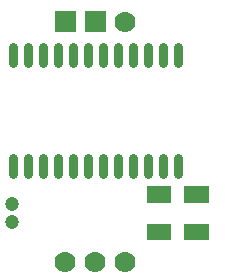
<source format=gbs>
G04 Layer: BottomSolderMaskLayer*
G04 EasyEDA v6.3.53, 2020-07-19T22:27:28+02:00*
G04 3120cfb910ab4567be944433c0d318a6,a54f91b67bf74260adec70c9c35cfc8e,10*
G04 Gerber Generator version 0.2*
G04 Scale: 100 percent, Rotated: No, Reflected: No *
G04 Dimensions in millimeters *
G04 leading zeros omitted , absolute positions ,3 integer and 3 decimal *
%FSLAX33Y33*%
%MOMM*%
G90*
G71D02*

%ADD26C,1.778000*%
%ADD28C,1.203198*%
%ADD29C,0.803199*%

%LPD*%
G54D29*
G01X17334Y19496D02*
G01X17334Y18096D01*
G01X16064Y19496D02*
G01X16064Y18096D01*
G01X14794Y19496D02*
G01X14794Y18096D01*
G01X13524Y19496D02*
G01X13524Y18096D01*
G01X12254Y19496D02*
G01X12254Y18096D01*
G01X10984Y19496D02*
G01X10984Y18096D01*
G01X9714Y19496D02*
G01X9714Y18096D01*
G01X8444Y19496D02*
G01X8444Y18096D01*
G01X7174Y19496D02*
G01X7174Y18096D01*
G01X5904Y19496D02*
G01X5904Y18096D01*
G01X4634Y19496D02*
G01X4634Y18096D01*
G01X3364Y19496D02*
G01X3364Y18096D01*
G01X3364Y10096D02*
G01X3364Y8696D01*
G01X4634Y10096D02*
G01X4634Y8696D01*
G01X5904Y10096D02*
G01X5904Y8696D01*
G01X7174Y10096D02*
G01X7174Y8696D01*
G01X8444Y10096D02*
G01X8444Y8696D01*
G01X9714Y10096D02*
G01X9714Y8696D01*
G01X10984Y10096D02*
G01X10984Y8696D01*
G01X12254Y10096D02*
G01X12254Y8696D01*
G01X13524Y10096D02*
G01X13524Y8696D01*
G01X14794Y10096D02*
G01X14794Y8696D01*
G01X16064Y10096D02*
G01X16064Y8696D01*
G01X17334Y10096D02*
G01X17334Y8696D01*
G36*
G01X6920Y20701D02*
G01X6920Y22479D01*
G01X8698Y22479D01*
G01X8698Y20701D01*
G01X6920Y20701D01*
G37*
G36*
G01X9460Y20701D02*
G01X9460Y22479D01*
G01X11238Y22479D01*
G01X11238Y20701D01*
G01X9460Y20701D01*
G37*
G54D26*
G01X12889Y21589D03*
G01X7809Y1269D03*
G01X10349Y1269D03*
G01X12889Y1269D03*
G36*
G01X17883Y6286D02*
G01X17883Y7688D01*
G01X19986Y7688D01*
G01X19986Y6286D01*
G01X17883Y6286D01*
G37*
G36*
G01X17883Y3086D02*
G01X17883Y4488D01*
G01X19986Y4488D01*
G01X19986Y3086D01*
G01X17883Y3086D01*
G37*
G36*
G01X14703Y6286D02*
G01X14703Y7688D01*
G01X16806Y7688D01*
G01X16806Y6286D01*
G01X14703Y6286D01*
G37*
G36*
G01X14703Y3086D02*
G01X14703Y4488D01*
G01X16806Y4488D01*
G01X16806Y3086D01*
G01X14703Y3086D01*
G37*
G54D28*
G01X3353Y4637D03*
G01X3353Y6138D03*
M00*
M02*

</source>
